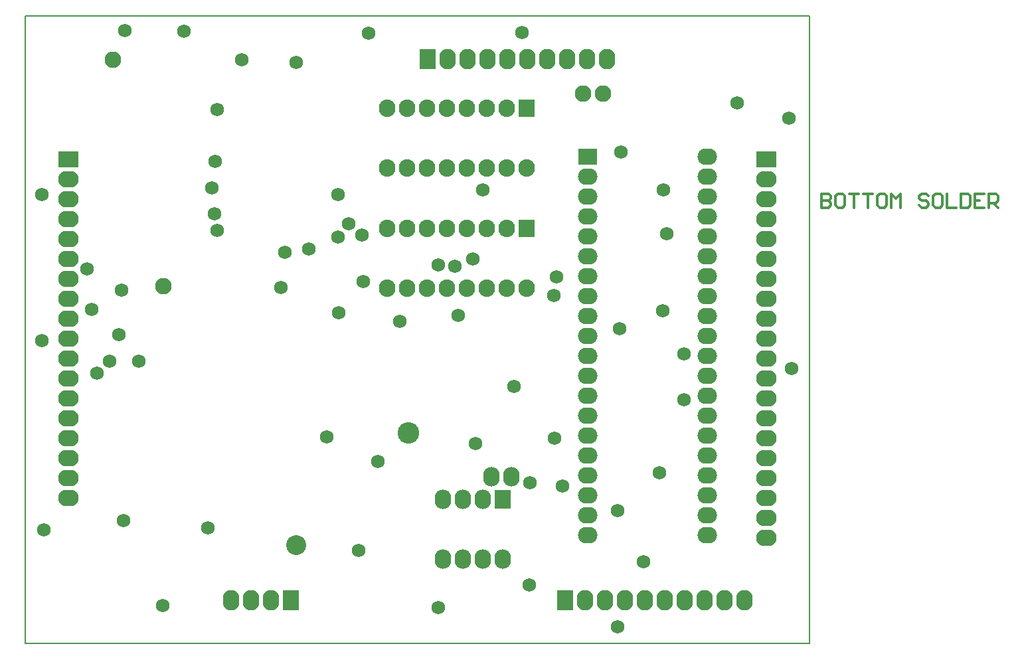
<source format=gbs>
G04 Layer_Color=16711935*
%FSLAX25Y25*%
%MOIN*%
G70*
G01*
G75*
%ADD22C,0.00800*%
%ADD23C,0.01200*%
%ADD36C,0.10000*%
%ADD51C,0.06800*%
%ADD52R,0.08300X0.10300*%
%ADD53O,0.08300X0.10300*%
%ADD54O,0.10300X0.08300*%
%ADD55R,0.10300X0.08300*%
%ADD56O,0.08300X0.08800*%
%ADD57R,0.08300X0.08800*%
%ADD58C,0.08300*%
%ADD59O,0.09800X0.08300*%
%ADD60R,0.09800X0.08300*%
%ADD61O,0.08300X0.09800*%
%ADD62C,0.10800*%
%ADD63R,0.08300X0.09800*%
D22*
X0Y0D02*
Y314961D01*
X393701D01*
Y0D02*
Y314961D01*
X0Y0D02*
X393701D01*
D23*
X399834Y225799D02*
Y218802D01*
X403333D01*
X404499Y219968D01*
Y221134D01*
X403333Y222300D01*
X399834D01*
X403333D01*
X404499Y223467D01*
Y224633D01*
X403333Y225799D01*
X399834D01*
X410330D02*
X407998D01*
X406832Y224633D01*
Y219968D01*
X407998Y218802D01*
X410330D01*
X411497Y219968D01*
Y224633D01*
X410330Y225799D01*
X413829D02*
X418495D01*
X416162D01*
Y218802D01*
X420827Y225799D02*
X425492D01*
X423160D01*
Y218802D01*
X431324Y225799D02*
X428991D01*
X427825Y224633D01*
Y219968D01*
X428991Y218802D01*
X431324D01*
X432490Y219968D01*
Y224633D01*
X431324Y225799D01*
X434823Y218802D02*
Y225799D01*
X437155Y223467D01*
X439488Y225799D01*
Y218802D01*
X453483Y224633D02*
X452317Y225799D01*
X449984D01*
X448818Y224633D01*
Y223467D01*
X449984Y222300D01*
X452317D01*
X453483Y221134D01*
Y219968D01*
X452317Y218802D01*
X449984D01*
X448818Y219968D01*
X459315Y225799D02*
X456982D01*
X455816Y224633D01*
Y219968D01*
X456982Y218802D01*
X459315D01*
X460481Y219968D01*
Y224633D01*
X459315Y225799D01*
X462814D02*
Y218802D01*
X467479D01*
X469811Y225799D02*
Y218802D01*
X473310D01*
X474476Y219968D01*
Y224633D01*
X473310Y225799D01*
X469811D01*
X481474D02*
X476809D01*
Y218802D01*
X481474D01*
X476809Y222300D02*
X479142D01*
X483807Y218802D02*
Y225799D01*
X487306D01*
X488472Y224633D01*
Y222300D01*
X487306Y221134D01*
X483807D01*
X486139D02*
X488472Y218802D01*
D36*
X135968Y49268D02*
D03*
D51*
X46900Y155000D02*
D03*
X9200Y56900D02*
D03*
X8300Y152200D02*
D03*
X8500Y225500D02*
D03*
X49900Y307700D02*
D03*
X79700Y307500D02*
D03*
X172500Y306300D02*
D03*
X249500Y306600D02*
D03*
X297400Y8300D02*
D03*
X384700Y138100D02*
D03*
X383300Y263600D02*
D03*
X357500Y271300D02*
D03*
X151400Y103800D02*
D03*
X330800Y122500D02*
D03*
Y145500D02*
D03*
X176900Y91300D02*
D03*
X130500Y196300D02*
D03*
X142500Y198200D02*
D03*
X321900Y205800D02*
D03*
X320400Y227700D02*
D03*
X245300Y129000D02*
D03*
X226000Y100300D02*
D03*
X207400Y18100D02*
D03*
X167400Y46600D02*
D03*
X69000Y19200D02*
D03*
X49300Y61600D02*
D03*
X91700Y58100D02*
D03*
X253400Y80600D02*
D03*
X95300Y241881D02*
D03*
X96400Y207300D02*
D03*
X56900Y141800D02*
D03*
X42300Y141700D02*
D03*
X265700Y102900D02*
D03*
X269700Y79200D02*
D03*
X229600Y227800D02*
D03*
X217400Y164700D02*
D03*
X157200Y165900D02*
D03*
X188000Y161800D02*
D03*
X33400Y167800D02*
D03*
X30900Y188000D02*
D03*
X35900Y135600D02*
D03*
X128300Y178800D02*
D03*
X136000Y291600D02*
D03*
X108600Y293200D02*
D03*
X169700Y181800D02*
D03*
X215600Y189300D02*
D03*
X207300Y190100D02*
D03*
X224600Y193000D02*
D03*
X265500Y174700D02*
D03*
X266700Y184100D02*
D03*
X318400Y85800D02*
D03*
X319900Y167000D02*
D03*
X299100Y246800D02*
D03*
X298200Y157900D02*
D03*
X297400Y66600D02*
D03*
X310500Y41000D02*
D03*
X252900Y29400D02*
D03*
X48500Y177500D02*
D03*
X156900Y225500D02*
D03*
X162200Y210600D02*
D03*
X168900Y204900D02*
D03*
X156900Y204000D02*
D03*
X93858Y228742D02*
D03*
X96400Y268160D02*
D03*
X94899Y215799D02*
D03*
D52*
X133465Y21654D02*
D03*
X201890Y293307D02*
D03*
X271024Y21654D02*
D03*
D53*
X123465D02*
D03*
X113465D02*
D03*
X103465D02*
D03*
X211890Y293307D02*
D03*
X231890D02*
D03*
X241890D02*
D03*
X251890D02*
D03*
X261890D02*
D03*
X271890D02*
D03*
X281890D02*
D03*
X291890D02*
D03*
X221890D02*
D03*
X281024Y21654D02*
D03*
X301024D02*
D03*
X311024D02*
D03*
X321024D02*
D03*
X331024D02*
D03*
X341024D02*
D03*
X351024D02*
D03*
X361024D02*
D03*
X291024D02*
D03*
D54*
X372047Y52913D02*
D03*
Y62913D02*
D03*
Y72913D02*
D03*
Y82913D02*
D03*
Y92913D02*
D03*
Y102913D02*
D03*
Y112913D02*
D03*
Y122913D02*
D03*
Y132913D02*
D03*
Y142913D02*
D03*
Y152913D02*
D03*
Y162913D02*
D03*
Y172913D02*
D03*
Y182913D02*
D03*
Y192913D02*
D03*
Y202913D02*
D03*
Y212913D02*
D03*
Y222913D02*
D03*
Y232913D02*
D03*
X21654D02*
D03*
Y222913D02*
D03*
Y212913D02*
D03*
Y202913D02*
D03*
Y192913D02*
D03*
Y182913D02*
D03*
Y172913D02*
D03*
Y162913D02*
D03*
Y152913D02*
D03*
Y142913D02*
D03*
Y132913D02*
D03*
Y122913D02*
D03*
Y112913D02*
D03*
Y102913D02*
D03*
Y92913D02*
D03*
Y82913D02*
D03*
Y72913D02*
D03*
D55*
X372047Y242913D02*
D03*
X21654D02*
D03*
D56*
X181799Y178299D02*
D03*
X191799D02*
D03*
X201799D02*
D03*
X211799D02*
D03*
X221799D02*
D03*
X231799D02*
D03*
X241799D02*
D03*
X251799D02*
D03*
X181799Y208299D02*
D03*
X191799D02*
D03*
X201799D02*
D03*
X211799D02*
D03*
X221799D02*
D03*
X231799D02*
D03*
X241799D02*
D03*
Y268799D02*
D03*
X231799D02*
D03*
X221799D02*
D03*
X211799D02*
D03*
X201799D02*
D03*
X191799D02*
D03*
X181799D02*
D03*
X251799Y238799D02*
D03*
X241799D02*
D03*
X231799D02*
D03*
X221799D02*
D03*
X211799D02*
D03*
X201799D02*
D03*
X191799D02*
D03*
X181799D02*
D03*
D57*
X251799Y208299D02*
D03*
Y268799D02*
D03*
D58*
X279900Y276000D02*
D03*
X289900D02*
D03*
X69300Y179500D02*
D03*
X44100Y293200D02*
D03*
D59*
X342299Y54299D02*
D03*
Y64299D02*
D03*
Y74299D02*
D03*
Y84299D02*
D03*
Y94299D02*
D03*
Y104299D02*
D03*
Y114299D02*
D03*
Y124299D02*
D03*
Y134299D02*
D03*
Y144299D02*
D03*
Y154299D02*
D03*
Y164299D02*
D03*
Y174299D02*
D03*
Y184299D02*
D03*
Y194299D02*
D03*
Y204299D02*
D03*
Y214299D02*
D03*
Y224299D02*
D03*
Y234299D02*
D03*
Y244299D02*
D03*
X282299Y54299D02*
D03*
Y64299D02*
D03*
Y74299D02*
D03*
Y84299D02*
D03*
Y94299D02*
D03*
Y104299D02*
D03*
Y114299D02*
D03*
Y124299D02*
D03*
Y134299D02*
D03*
Y144299D02*
D03*
Y154299D02*
D03*
Y164299D02*
D03*
Y174299D02*
D03*
Y184299D02*
D03*
Y194299D02*
D03*
Y204299D02*
D03*
Y214299D02*
D03*
Y224299D02*
D03*
Y234299D02*
D03*
D60*
Y244299D02*
D03*
D61*
X233900Y83800D02*
D03*
X243900D02*
D03*
X209700Y42300D02*
D03*
X219700D02*
D03*
X229700D02*
D03*
X239700D02*
D03*
X209700Y72300D02*
D03*
X219700D02*
D03*
X229700D02*
D03*
D62*
X192272Y105572D02*
D03*
D63*
X239700Y72300D02*
D03*
M02*

</source>
